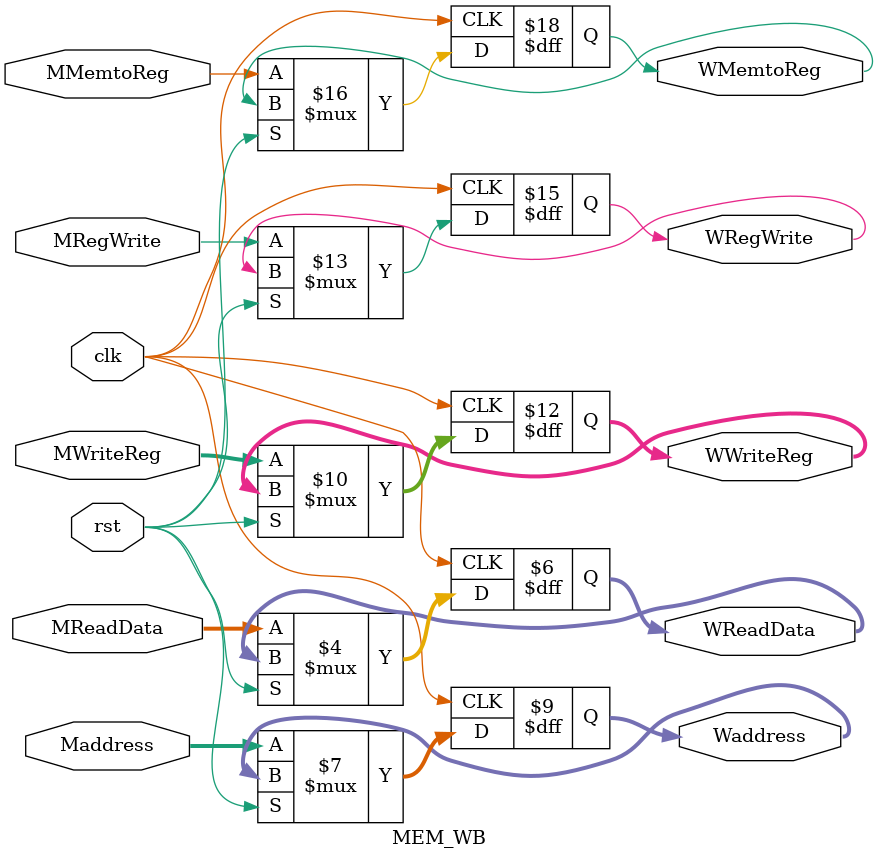
<source format=v>


`timescale 1ns / 1ns

module MEM_WB(MReadData, Maddress, MWriteReg, MRegWrite, MMemtoReg, 
              clk, rst, 
              WReadData, Waddress, WWriteReg, WRegWrite, WMemtoReg);
  
  input [31:0] MReadData, Maddress;
  input [4:0] MWriteReg;
  input MRegWrite, MMemtoReg;
  input clk, rst;
  output reg [31:0] WReadData, Waddress;
  output reg [4:0] WWriteReg;
  output reg WRegWrite, WMemtoReg;
  
  // initialize
  initial begin
    WReadData = 0;
    Waddress = 0;
    WWriteReg = 0;
    WRegWrite = 0;
    WMemtoReg = 0;
  end
  
  always @ (posedge clk or posedge rst) begin
    if (!rst) begin
      WReadData <= MReadData;
      Waddress <= Maddress;
      WWriteReg <= MWriteReg;
      WRegWrite <= MRegWrite;
      WMemtoReg <= MMemtoReg;
    end
  end
  
endmodule

</source>
